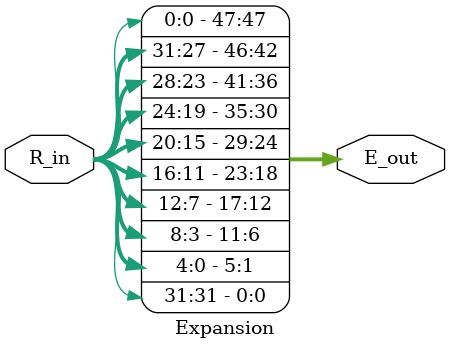
<source format=v>

module Expansion (
      input  wire [31:0] R_in,      // 32-bit right half
      output wire [47:0] E_out      // 48-bit expanded output
);



 assign E_out = {
          R_in[0],  R_in[31], R_in[30], R_in[29], R_in[28], R_in[27],
          R_in[28], R_in[27], R_in[26], R_in[25], R_in[24], R_in[23],
          R_in[24], R_in[23], R_in[22], R_in[21], R_in[20], R_in[19],
          R_in[20], R_in[19], R_in[18], R_in[17], R_in[16], R_in[15],
          R_in[16], R_in[15], R_in[14], R_in[13], R_in[12], R_in[11],
          R_in[12], R_in[11], R_in[10], R_in[9],  R_in[8],  R_in[7],
          R_in[8],  R_in[7],  R_in[6],  R_in[5],  R_in[4],  R_in[3],
          R_in[4],  R_in[3],  R_in[2],  R_in[1],  R_in[0],  R_in[31]
      };

endmodule
</source>
